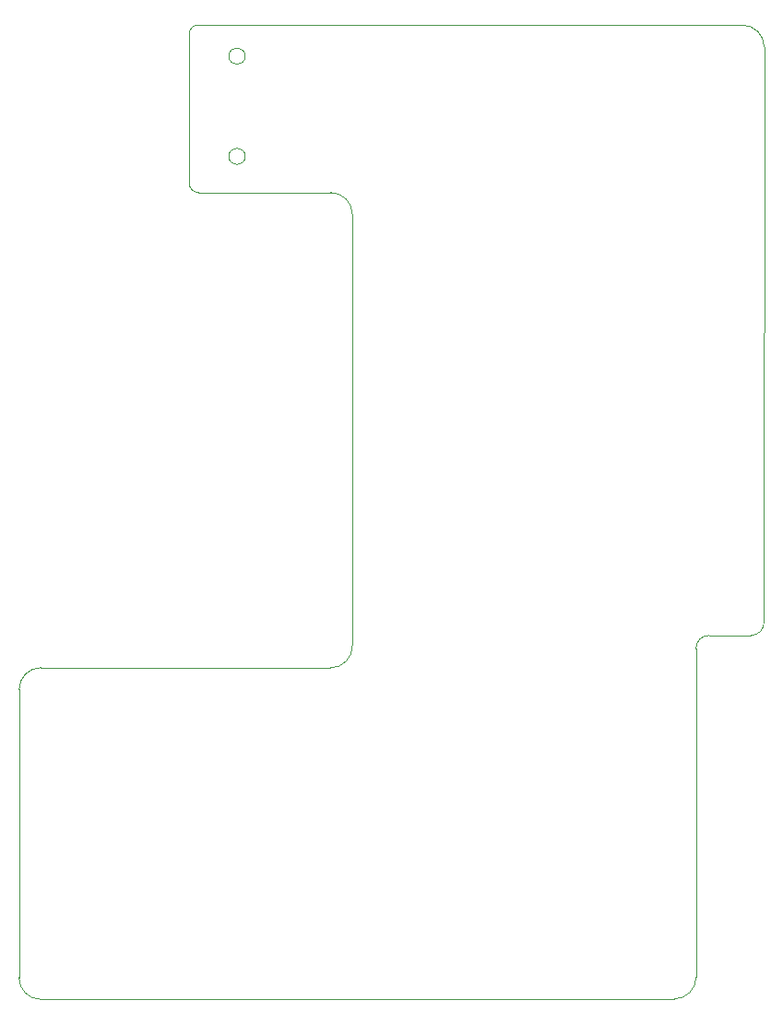
<source format=gbr>
%TF.GenerationSoftware,KiCad,Pcbnew,7.0.5*%
%TF.CreationDate,2023-12-19T13:44:27-08:00*%
%TF.ProjectId,EV11 Board Design,45563131-2042-46f6-9172-642044657369,EV9*%
%TF.SameCoordinates,Original*%
%TF.FileFunction,Profile,NP*%
%FSLAX46Y46*%
G04 Gerber Fmt 4.6, Leading zero omitted, Abs format (unit mm)*
G04 Created by KiCad (PCBNEW 7.0.5) date 2023-12-19 13:44:27*
%MOMM*%
%LPD*%
G01*
G04 APERTURE LIST*
%TA.AperFunction,Profile*%
%ADD10C,0.050000*%
%TD*%
%TA.AperFunction,Profile*%
%ADD11C,0.100000*%
%TD*%
G04 APERTURE END LIST*
D10*
X144600000Y-73400000D02*
G75*
G03*
X142600000Y-71400000I-2000000J0D01*
G01*
X177350009Y-112038490D02*
X181189991Y-112041511D01*
X177350009Y-112038490D02*
G75*
G03*
X176128653Y-113265921I-30009J-1191510D01*
G01*
X180399986Y-56024214D02*
X130459999Y-56004371D01*
X113980000Y-143440000D02*
G75*
G03*
X115980000Y-145440000I2000000J0D01*
G01*
X144600000Y-73400000D02*
X144598077Y-112920087D01*
X174150000Y-145400000D02*
G75*
G03*
X176150000Y-143400000I0J2000000D01*
G01*
X130470000Y-71395628D02*
X142600000Y-71400000D01*
X115990001Y-115000001D02*
G75*
G03*
X113990001Y-117000001I-1J-1999999D01*
G01*
X181189991Y-112041510D02*
G75*
G03*
X182379998Y-110790000I9J1191510D01*
G01*
X182399986Y-58024214D02*
G75*
G03*
X180399986Y-56024214I-1999986J14D01*
G01*
X142580000Y-115009999D02*
G75*
G03*
X144598077Y-112920087I20000J1999999D01*
G01*
X142580000Y-115009999D02*
X115990001Y-115000001D01*
X182399986Y-58024214D02*
X182379999Y-110790000D01*
X115980000Y-145440000D02*
X174150000Y-145400000D01*
X130459999Y-56004371D02*
G75*
G03*
X129604371Y-56859999I1J-855629D01*
G01*
X129614372Y-70540000D02*
G75*
G03*
X130470000Y-71395628I855628J0D01*
G01*
X176128653Y-113265921D02*
X176150000Y-143400000D01*
X113990001Y-117000001D02*
X113980000Y-143440000D01*
X129604371Y-56859999D02*
X129614372Y-70540000D01*
D11*
%TO.C,J4*%
X134750000Y-58875000D02*
G75*
G03*
X134750000Y-58875000I-750000J0D01*
G01*
X134750000Y-68075000D02*
G75*
G03*
X134750000Y-68075000I-750000J0D01*
G01*
%TD*%
M02*

</source>
